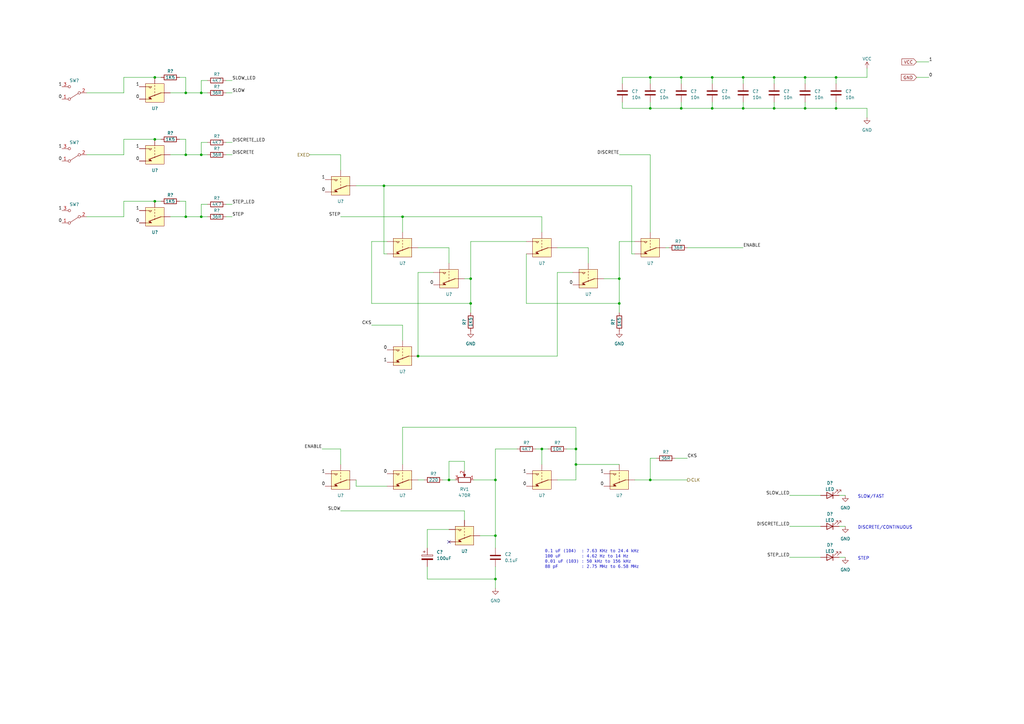
<source format=kicad_sch>
(kicad_sch (version 20230121) (generator eeschema)
  (paper "A3")
  (lib_symbols
    (symbol "Device:C" (pin_numbers hide) (pin_names (offset 0.254))
      (property "Reference" "C" (at 0.635 2.54 0))
      (property "Value" "C" (at 0.635 -2.54 0))
      (symbol "C_0_1"
        (polyline (pts (xy -2.032 -0.762) (xy 2.032 -0.762)) (stroke (width 0.508)))
        (polyline (pts (xy -2.032 0.762) (xy 2.032 0.762)) (stroke (width 0.508)))
      )
      (symbol "C_1_1"
        (pin passive line (at 0 3.81 270) (length 2.794) (name "~") (number "1"))
        (pin passive line (at 0 -3.81 90) (length 2.794) (name "~") (number "2"))
      )
    )
    (symbol "Device:C_Polarized" (pin_numbers hide) (pin_names (offset 0.254))
      (property "Reference" "C" (at 0.635 2.54 0))
      (property "Value" "C_Polarized" (at 0.635 -2.54 0))
      (symbol "C_Polarized_0_1"
        (rectangle (start -2.286 0.508) (end 2.286 1.016))
        (polyline (pts (xy -1.778 2.286) (xy -0.762 2.286)))
        (polyline (pts (xy -1.27 2.794) (xy -1.27 1.778)))
        (rectangle (start 2.286 -0.508) (end -2.286 -1.016) (fill (type outline)))
      )
      (symbol "C_Polarized_1_1"
        (pin passive line (at 0 3.81 270) (length 2.794) (name "~") (number "1"))
        (pin passive line (at 0 -3.81 90) (length 2.794) (name "~") (number "2"))
      )
    )
    (symbol "Device:LED" (pin_numbers hide) (pin_names (offset 1.016) hide)
      (property "Reference" "D" (at 0 2.54 0))
      (property "Value" "LED" (at 0 -2.54 0))
      (symbol "LED_0_1"
        (polyline (pts (xy -1.27 -1.27) (xy -1.27 1.27)) (stroke (width 0.254)))
        (polyline (pts (xy -1.27 0) (xy 1.27 0)))
        (polyline (pts (xy 1.27 -1.27) (xy 1.27 1.27) (xy -1.27 0) (xy 1.27 -1.27)) (stroke (width 0.254)))
        (polyline (pts (xy -3.048 -0.762) (xy -4.572 -2.286) (xy -3.81 -2.286) (xy -4.572 -2.286) (xy -4.572 -1.524)))
        (polyline (pts (xy -1.778 -0.762) (xy -3.302 -2.286) (xy -2.54 -2.286) (xy -3.302 -2.286) (xy -3.302 -1.524)))
      )
      (symbol "LED_1_1"
        (pin passive line (at -3.81 0 0) (length 2.54) (name "K") (number "1"))
        (pin passive line (at 3.81 0 180) (length 2.54) (name "A") (number "2"))
      )
    )
    (symbol "Device:R" (pin_numbers hide) (pin_names (offset 0))
      (property "Reference" "R" (at 2.032 0 90))
      (property "Value" "R" (at 0 0 90))
      (symbol "R_0_1"
        (rectangle (start -1.016 -2.54) (end 1.016 2.54) (stroke (width 0.254)))
      )
      (symbol "R_1_1"
        (pin passive line (at 0 3.81 270) (length 1.27) (name "~") (number "1"))
        (pin passive line (at 0 -3.81 90) (length 1.27) (name "~") (number "2"))
      )
    )
    (symbol "Device:R_Potentiometer" (pin_names (offset 1.016) hide)
      (property "Reference" "RV" (at -4.445 0 90))
      (property "Value" "R_Potentiometer" (at -2.54 0 90))
      (symbol "R_Potentiometer_0_1"
        (polyline (pts (xy 2.54 0) (xy 1.524 0)))
        (polyline (pts (xy 1.143 0) (xy 2.286 0.508) (xy 2.286 -0.508) (xy 1.143 0)) (fill (type outline)))
        (rectangle (start 1.016 2.54) (end -1.016 -2.54) (stroke (width 0.254)))
      )
      (symbol "R_Potentiometer_1_1"
        (pin passive line (at 0 3.81 270) (length 1.27) (name "1") (number "1"))
        (pin passive line (at 3.81 0 180) (length 1.27) (name "2") (number "2"))
        (pin passive line (at 0 -3.81 90) (length 1.27) (name "3") (number "3"))
      )
    )
    (symbol "MevaLlibreria:1G3157" (pin_numbers hide)
      (property "Reference" "U" (at 0 -5.08 0))
      (symbol "1G3157_0_0"
        (polyline (pts (xy -3.81 2.54) (xy -1.27 2.54) (xy -1.905 1.905) (xy -2.54 2.54)))
      )
      (symbol "1G3157_0_1"
        (rectangle (start -3.81 3.81) (end 3.81 -3.81) (fill (type background)))
        (polyline (pts (xy 0 -0.635) (xy 0 -1.27)))
        (polyline (pts (xy 0 0.635) (xy 0 0)))
        (polyline (pts (xy 0 1.905) (xy 0 1.27)))
        (polyline (pts (xy 0 3.175) (xy 0 2.54)))
        (polyline (pts (xy 2.54 0) (xy -2.54 -1.905)) (stroke (width 0.254)))
        (polyline (pts (xy 3.81 0) (xy 2.54 0)))
        (polyline (pts (xy -3.81 -2.54) (xy -1.27 -2.54) (xy -1.905 -1.905) (xy -2.54 -2.54)) (fill (type outline)))
      )
      (symbol "1G3157_1_1"
        (pin input line (at -6.35 2.54 0) (length 2.54) (name "~") (number "1"))
        (pin power_in line (at 2.54 -2.54 270) (length 2.54) hide (name "GND") (number "2"))
        (pin input line (at -6.35 -2.54 0) (length 2.54) (name "~") (number "3"))
        (pin output line (at 6.35 0 180) (length 2.54) (name "~") (number "4"))
        (pin power_in line (at 2.54 2.54 90) (length 2.54) hide (name "VCC") (number "5"))
        (pin input line (at 0 6.35 270) (length 2.54) (name "~") (number "6"))
      )
    )
    (symbol "MevaLlibreria:SW_SPDT" (pin_names (offset 0) hide)
      (property "Reference" "SW" (at 0 -5.08 0))
      (symbol "SW_SPDT_0_0"
        (circle (center -2.032 0) (radius 0.508))
        (circle (center 2.032 -2.54) (radius 0.508))
      )
      (symbol "SW_SPDT_0_1"
        (polyline (pts (xy -1.524 0.254) (xy 1.651 2.286)))
        (circle (center 2.032 2.54) (radius 0.508))
      )
      (symbol "SW_SPDT_1_1"
        (pin passive line (at 5.08 2.54 180) (length 2.54) (name "A") (number "1"))
        (pin passive line (at -5.08 0 0) (length 2.54) (name "B") (number "2"))
        (pin passive line (at 5.08 -2.54 180) (length 2.54) (name "C") (number "3"))
      )
    )
    (symbol "power:GND" (power) (pin_names (offset 0))
      (property "Value" "GND" (at 0 -3.81 0))
      (symbol "GND_0_1"
        (polyline (pts (xy 0 0) (xy 0 -1.27) (xy 1.27 -1.27) (xy 0 -2.54) (xy -1.27 -1.27) (xy 0 -1.27)))
      )
      (symbol "GND_1_1"
        (pin power_in line (at 0 0 270) (length 0) hide (name "GND") (number "1"))
      )
    )
    (symbol "power:VCC" (power) (pin_names (offset 0))
      (property "Value" "VCC" (at 0 3.81 0))
      (symbol "VCC_0_1"
        (polyline (pts (xy -0.762 1.27) (xy 0 2.54)))
        (polyline (pts (xy 0 0) (xy 0 2.54)))
        (polyline (pts (xy 0 2.54) (xy 0.762 1.27)))
      )
      (symbol "VCC_1_1"
        (pin power_in line (at 0 0 90) (length 0) hide (name "VCC") (number "1"))
      )
    )
  )
  (junction (at 63.5 82.55))
  (junction (at 203.2 237.49))
  (junction (at 76.2 63.5))
  (junction (at 292.1 31.75))
  (junction (at 292.1 44.45))
  (junction (at 63.5 31.75))
  (junction (at 330.2 31.75))
  (junction (at 165.1 88.9))
  (junction (at 330.2 44.45))
  (junction (at 236.22 184.15))
  (junction (at 236.22 190.5))
  (junction (at 317.5 44.45))
  (junction (at 82.55 88.9))
  (junction (at 82.55 38.1))
  (junction (at 304.8 44.45))
  (junction (at 82.55 63.5))
  (junction (at 266.7 196.85))
  (junction (at 63.5 57.15))
  (junction (at 254 114.3))
  (junction (at 304.8 31.75))
  (junction (at 222.25 184.15))
  (junction (at 342.9 31.75))
  (junction (at 193.04 124.46))
  (junction (at 184.15 196.85))
  (junction (at 157.48 76.2))
  (junction (at 342.9 44.45))
  (junction (at 203.2 219.71))
  (junction (at 171.45 146.05))
  (junction (at 76.2 38.1))
  (junction (at 266.7 44.45))
  (junction (at 317.5 31.75))
  (junction (at 76.2 88.9))
  (junction (at 279.4 44.45))
  (junction (at 279.4 31.75))
  (junction (at 203.2 196.85))
  (junction (at 254 124.46))
  (junction (at 266.7 31.75))
  (junction (at 193.04 114.3))
  (no_connect (at 184.15 222.25))
  (wire (pts (xy 193.04 128.27) (xy 193.04 124.46)))
  (wire (pts (xy 175.26 224.79) (xy 175.26 217.17)))
  (wire (pts (xy 35.56 38.1) (xy 50.8 38.1)))
  (wire (pts (xy 177.8 111.76) (xy 171.45 111.76)))
  (wire (pts (xy 292.1 31.75) (xy 292.1 34.29)))
  (wire (pts (xy 95.25 83.82) (xy 92.71 83.82)))
  (wire (pts (xy 171.45 146.05) (xy 228.6 146.05)))
  (wire (pts (xy 266.7 31.75) (xy 279.4 31.75)))
  (wire (pts (xy 292.1 31.75) (xy 304.8 31.75)))
  (wire (pts (xy 273.05 101.6) (xy 274.32 101.6)))
  (wire (pts (xy 194.31 196.85) (xy 203.2 196.85)))
  (wire (pts (xy 171.45 196.85) (xy 173.99 196.85)))
  (wire (pts (xy 355.6 27.94) (xy 355.6 31.75)))
  (wire (pts (xy 175.26 237.49) (xy 203.2 237.49)))
  (wire (pts (xy 203.2 232.41) (xy 203.2 237.49)))
  (wire (pts (xy 82.55 33.02) (xy 82.55 38.1)))
  (wire (pts (xy 193.04 114.3) (xy 193.04 124.46)))
  (wire (pts (xy 82.55 38.1) (xy 76.2 38.1)))
  (wire (pts (xy 259.08 76.2) (xy 157.48 76.2)))
  (wire (pts (xy 279.4 44.45) (xy 279.4 41.91)))
  (wire (pts (xy 236.22 184.15) (xy 232.41 184.15)))
  (wire (pts (xy 255.27 31.75) (xy 266.7 31.75)))
  (wire (pts (xy 85.09 38.1) (xy 82.55 38.1)))
  (wire (pts (xy 152.4 99.06) (xy 158.75 99.06)))
  (wire (pts (xy 66.04 57.15) (xy 63.5 57.15)))
  (wire (pts (xy 254 190.5) (xy 236.22 190.5)))
  (wire (pts (xy 279.4 44.45) (xy 292.1 44.45)))
  (wire (pts (xy 215.9 124.46) (xy 215.9 104.14)))
  (wire (pts (xy 330.2 44.45) (xy 330.2 41.91)))
  (wire (pts (xy 76.2 38.1) (xy 69.85 38.1)))
  (wire (pts (xy 76.2 57.15) (xy 73.66 57.15)))
  (wire (pts (xy 76.2 82.55) (xy 73.66 82.55)))
  (wire (pts (xy 95.25 88.9) (xy 92.71 88.9)))
  (wire (pts (xy 66.04 82.55) (xy 63.5 82.55)))
  (wire (pts (xy 50.8 38.1) (xy 50.8 31.75)))
  (wire (pts (xy 165.1 88.9) (xy 222.25 88.9)))
  (wire (pts (xy 85.09 88.9) (xy 82.55 88.9)))
  (wire (pts (xy 50.8 31.75) (xy 63.5 31.75)))
  (wire (pts (xy 82.55 58.42) (xy 82.55 63.5)))
  (wire (pts (xy 317.5 44.45) (xy 317.5 41.91)))
  (wire (pts (xy 193.04 124.46) (xy 152.4 124.46)))
  (wire (pts (xy 304.8 31.75) (xy 304.8 34.29)))
  (wire (pts (xy 82.55 83.82) (xy 82.55 88.9)))
  (wire (pts (xy 85.09 58.42) (xy 82.55 58.42)))
  (wire (pts (xy 342.9 44.45) (xy 342.9 41.91)))
  (wire (pts (xy 346.71 228.6) (xy 344.17 228.6)))
  (wire (pts (xy 165.1 133.35) (xy 152.4 133.35)))
  (wire (pts (xy 292.1 44.45) (xy 292.1 41.91)))
  (wire (pts (xy 219.71 184.15) (xy 222.25 184.15)))
  (wire (pts (xy 342.9 44.45) (xy 355.6 44.45)))
  (wire (pts (xy 35.56 88.9) (xy 50.8 88.9)))
  (wire (pts (xy 50.8 88.9) (xy 50.8 82.55)))
  (wire (pts (xy 304.8 44.45) (xy 317.5 44.45)))
  (wire (pts (xy 139.7 184.15) (xy 139.7 190.5)))
  (wire (pts (xy 66.04 31.75) (xy 63.5 31.75)))
  (wire (pts (xy 203.2 219.71) (xy 196.85 219.71)))
  (wire (pts (xy 259.08 104.14) (xy 260.35 104.14)))
  (wire (pts (xy 266.7 187.96) (xy 266.7 196.85)))
  (wire (pts (xy 139.7 88.9) (xy 165.1 88.9)))
  (wire (pts (xy 76.2 82.55) (xy 76.2 88.9)))
  (wire (pts (xy 193.04 99.06) (xy 215.9 99.06)))
  (wire (pts (xy 222.25 184.15) (xy 222.25 190.5)))
  (wire (pts (xy 317.5 31.75) (xy 330.2 31.75)))
  (wire (pts (xy 184.15 196.85) (xy 186.69 196.85)))
  (wire (pts (xy 146.05 199.39) (xy 158.75 199.39)))
  (wire (pts (xy 266.7 31.75) (xy 266.7 34.29)))
  (wire (pts (xy 266.7 63.5) (xy 266.7 95.25)))
  (wire (pts (xy 279.4 31.75) (xy 292.1 31.75)))
  (wire (pts (xy 281.94 101.6) (xy 304.8 101.6)))
  (wire (pts (xy 317.5 31.75) (xy 317.5 34.29)))
  (wire (pts (xy 317.5 44.45) (xy 330.2 44.45)))
  (wire (pts (xy 281.94 187.96) (xy 276.86 187.96)))
  (wire (pts (xy 76.2 31.75) (xy 73.66 31.75)))
  (wire (pts (xy 330.2 44.45) (xy 342.9 44.45)))
  (wire (pts (xy 266.7 44.45) (xy 266.7 41.91)))
  (wire (pts (xy 35.56 63.5) (xy 50.8 63.5)))
  (wire (pts (xy 95.25 33.02) (xy 92.71 33.02)))
  (wire (pts (xy 85.09 83.82) (xy 82.55 83.82)))
  (wire (pts (xy 228.6 196.85) (xy 236.22 196.85)))
  (wire (pts (xy 184.15 101.6) (xy 184.15 107.95)))
  (wire (pts (xy 330.2 31.75) (xy 330.2 34.29)))
  (wire (pts (xy 190.5 193.04) (xy 190.5 189.23)))
  (wire (pts (xy 85.09 33.02) (xy 82.55 33.02)))
  (wire (pts (xy 50.8 82.55) (xy 63.5 82.55)))
  (wire (pts (xy 139.7 63.5) (xy 139.7 69.85)))
  (wire (pts (xy 266.7 196.85) (xy 281.94 196.85)))
  (wire (pts (xy 165.1 190.5) (xy 165.1 175.26)))
  (wire (pts (xy 236.22 190.5) (xy 236.22 196.85)))
  (wire (pts (xy 323.85 228.6) (xy 336.55 228.6)))
  (wire (pts (xy 228.6 111.76) (xy 228.6 146.05)))
  (wire (pts (xy 82.55 88.9) (xy 76.2 88.9)))
  (wire (pts (xy 236.22 175.26) (xy 236.22 184.15)))
  (wire (pts (xy 165.1 139.7) (xy 165.1 133.35)))
  (wire (pts (xy 381 31.75) (xy 375.92 31.75)))
  (wire (pts (xy 254 128.27) (xy 254 124.46)))
  (wire (pts (xy 76.2 31.75) (xy 76.2 38.1)))
  (wire (pts (xy 342.9 31.75) (xy 355.6 31.75)))
  (wire (pts (xy 50.8 63.5) (xy 50.8 57.15)))
  (wire (pts (xy 346.71 203.2) (xy 344.17 203.2)))
  (wire (pts (xy 190.5 209.55) (xy 190.5 213.36)))
  (wire (pts (xy 222.25 184.15) (xy 224.79 184.15)))
  (wire (pts (xy 95.25 63.5) (xy 92.71 63.5)))
  (wire (pts (xy 132.08 184.15) (xy 139.7 184.15)))
  (wire (pts (xy 203.2 196.85) (xy 203.2 219.71)))
  (wire (pts (xy 175.26 232.41) (xy 175.26 237.49)))
  (wire (pts (xy 247.65 114.3) (xy 254 114.3)))
  (wire (pts (xy 184.15 189.23) (xy 184.15 196.85)))
  (wire (pts (xy 260.35 196.85) (xy 266.7 196.85)))
  (wire (pts (xy 228.6 111.76) (xy 234.95 111.76)))
  (wire (pts (xy 254 114.3) (xy 254 124.46)))
  (wire (pts (xy 203.2 241.3) (xy 203.2 237.49)))
  (wire (pts (xy 203.2 184.15) (xy 203.2 196.85)))
  (wire (pts (xy 203.2 219.71) (xy 203.2 224.79)))
  (wire (pts (xy 157.48 76.2) (xy 157.48 104.14)))
  (wire (pts (xy 82.55 63.5) (xy 76.2 63.5)))
  (wire (pts (xy 212.09 184.15) (xy 203.2 184.15)))
  (wire (pts (xy 146.05 76.2) (xy 157.48 76.2)))
  (wire (pts (xy 157.48 104.14) (xy 158.75 104.14)))
  (wire (pts (xy 346.71 215.9) (xy 344.17 215.9)))
  (wire (pts (xy 323.85 203.2) (xy 336.55 203.2)))
  (wire (pts (xy 255.27 44.45) (xy 255.27 41.91)))
  (wire (pts (xy 228.6 101.6) (xy 241.3 101.6)))
  (wire (pts (xy 95.25 58.42) (xy 92.71 58.42)))
  (wire (pts (xy 152.4 124.46) (xy 152.4 99.06)))
  (wire (pts (xy 175.26 217.17) (xy 184.15 217.17)))
  (wire (pts (xy 236.22 184.15) (xy 236.22 190.5)))
  (wire (pts (xy 215.9 124.46) (xy 254 124.46)))
  (wire (pts (xy 139.7 209.55) (xy 190.5 209.55)))
  (wire (pts (xy 181.61 196.85) (xy 184.15 196.85)))
  (wire (pts (xy 254 99.06) (xy 254 114.3)))
  (wire (pts (xy 171.45 101.6) (xy 184.15 101.6)))
  (wire (pts (xy 304.8 44.45) (xy 304.8 41.91)))
  (wire (pts (xy 381 25.4) (xy 375.92 25.4)))
  (wire (pts (xy 355.6 44.45) (xy 355.6 48.26)))
  (wire (pts (xy 76.2 63.5) (xy 69.85 63.5)))
  (wire (pts (xy 292.1 44.45) (xy 304.8 44.45)))
  (wire (pts (xy 76.2 88.9) (xy 69.85 88.9)))
  (wire (pts (xy 260.35 99.06) (xy 254 99.06)))
  (wire (pts (xy 165.1 175.26) (xy 236.22 175.26)))
  (wire (pts (xy 304.8 31.75) (xy 317.5 31.75)))
  (wire (pts (xy 95.25 38.1) (xy 92.71 38.1)))
  (wire (pts (xy 330.2 31.75) (xy 342.9 31.75)))
  (wire (pts (xy 190.5 189.23) (xy 184.15 189.23)))
  (wire (pts (xy 190.5 114.3) (xy 193.04 114.3)))
  (wire (pts (xy 76.2 57.15) (xy 76.2 63.5)))
  (wire (pts (xy 50.8 57.15) (xy 63.5 57.15)))
  (wire (pts (xy 323.85 215.9) (xy 336.55 215.9)))
  (wire (pts (xy 127 63.5) (xy 139.7 63.5)))
  (wire (pts (xy 222.25 88.9) (xy 222.25 95.25)))
  (wire (pts (xy 255.27 31.75) (xy 255.27 34.29)))
  (wire (pts (xy 171.45 111.76) (xy 171.45 146.05)))
  (wire (pts (xy 165.1 88.9) (xy 165.1 95.25)))
  (wire (pts (xy 146.05 196.85) (xy 146.05 199.39)))
  (wire (pts (xy 259.08 104.14) (xy 259.08 76.2)))
  (wire (pts (xy 269.24 187.96) (xy 266.7 187.96)))
  (wire (pts (xy 342.9 31.75) (xy 342.9 34.29)))
  (wire (pts (xy 255.27 44.45) (xy 266.7 44.45)))
  (wire (pts (xy 193.04 99.06) (xy 193.04 114.3)))
  (wire (pts (xy 85.09 63.5) (xy 82.55 63.5)))
  (wire (pts (xy 254 63.5) (xy 266.7 63.5)))
  (wire (pts (xy 279.4 31.75) (xy 279.4 34.29)))
  (wire (pts (xy 241.3 101.6) (xy 241.3 107.95)))
  (wire (pts (xy 266.7 44.45) (xy 279.4 44.45)))
  (text "STEP" (at 351.79 229.87 0) (effects (font (size 1.27 1.27)) (justify left bottom)))
  (text "SLOW/FAST" (at 351.79 204.47 0) (effects (font (size 1.27 1.27)) (justify left bottom)))
  (text "0.1 uF (104)  : 7.63 KHz to 24.4 kHz\n100 uF        : 4.62 Hz to 14 Hz\n0.01 uF (103) : 50 kHz to 156 kHz\n88 pF         : 2.75 MHz to 6.58 MHz " (at 223.52 233.68 0) (effects (font (size 1.27 1.27)) (justify left bottom)))
  (text "DISCRETE/CONTINUOUS" (at 351.79 217.17 0) (effects (font (size 1.27 1.27)) (justify left bottom)))
  (label "1" (at 25.4 60.96 180))
  (label "0" (at 57.15 40.64 180))
  (label "ENABLE" (at 304.8 101.6 0))
  (label "STEP" (at 139.7 88.9 180))
  (label "0" (at 25.4 66.04 180))
  (label "1" (at 133.35 73.66 180))
  (label "1" (at 133.35 194.31 180))
  (label "DISCRETE_LED" (at 95.25 58.42 0))
  (label "STEP_LED" (at 95.25 83.82 0))
  (label "0" (at 57.15 91.44 180))
  (label "0" (at 234.95 116.84 180))
  (label "ENABLE" (at 132.08 184.15 180))
  (label "1" (at 25.4 35.56 180))
  (label "DISCRETE" (at 254 63.5 180))
  (label "0" (at 177.8 116.84 180))
  (label "1" (at 57.15 86.36 180))
  (label "0" (at 25.4 91.44 180))
  (label "CKS" (at 281.94 187.96 0))
  (label "1" (at 158.75 148.59 180))
  (label "1" (at 215.9 194.31 180))
  (label "DISCRETE" (at 95.25 63.5 0))
  (label "STEP_LED" (at 323.85 228.6 180))
  (label "0" (at 133.35 78.74 180))
  (label "CKS" (at 152.4 133.35 180))
  (label "0" (at 247.65 199.39 180))
  (label "SLOW" (at 95.25 38.1 0))
  (label "SLOW_LED" (at 95.25 33.02 0))
  (label "1" (at 57.15 35.56 180))
  (label "0" (at 215.9 199.39 180))
  (label "0" (at 57.15 66.04 180))
  (label "DISCRETE_LED" (at 323.85 215.9 180))
  (label "SLOW_LED" (at 323.85 203.2 180))
  (label "1" (at 381 25.4 0))
  (label "1" (at 25.4 86.36 180))
  (label "STEP" (at 95.25 88.9 0))
  (label "0" (at 381 31.75 0))
  (label "0" (at 158.75 194.31 180))
  (label "SLOW" (at 139.7 209.55 180))
  (label "0" (at 158.75 143.51 180))
  (label "0" (at 133.35 199.39 180))
  (label "1" (at 247.65 194.31 180))
  (label "0" (at 25.4 40.64 180))
  (label "1" (at 57.15 60.96 180))
  (global_label "GND" (shape input) (at 375.92 31.75 180) (property "Intersheetrefs" "${INTERSHEET_REFS}" (effects hide)))
  (global_label "VCC" (shape input) (at 375.92 25.4 180) (property "Intersheetrefs" "${INTERSHEET_REFS}" (effects hide)))
  (hierarchical_label "CLK" (shape output) (at 281.94 196.85 0))
  (hierarchical_label "EXE" (shape input) (at 127 63.5 180))
  (symbol (lib_id "Device:R") (at 88.9 88.9 270) (unit 1)
    (property "Reference" "R?" (at 88.9 86.36 90))
    (property "Value" "36R" (at 88.9 88.9 90))
    (property "Footprint" "MevaLlibreriaFootprint:Meu-R_0603_1608Metric" (effects hide))
    (instances (project "MiniCalc" (path "" (reference "R?") (unit 1))) (project "MiniCalcRunPanel" (path "" (reference "R?") (unit 1)) (path "" (reference "R12") (unit 1))) (project "MinicalcControlPanel" (path "" (reference "R49") (unit 1))))
  )
  (symbol (lib_id "power:GND") (at 355.6 48.26 0) (unit 1)
    (property "Reference" "#PWR?" (effects hide))
    (property "Value" "GND" (at 355.6 53.34 0))
    (instances (project "MiniCalc_A" (path "" (reference "#PWR?") (unit 1)) (path "" (reference "#PWR068") (unit 1)) (path "" (reference "#PWR064") (unit 1)) (path "" (reference "#PWR066") (unit 1)) (path "" (reference "#PWR062") (unit 1))) (project "MiniCalc_X" (path "" (reference "#PWR?") (unit 1)) (path "" (reference "#PWR?") (unit 1)) (path "" (reference "#PWR?") (unit 1)) (path "" (reference "#PWR?") (unit 1))) (project "MinicalcControlPanel" (path "" (reference "#PWR026") (unit 1))))
  )
  (symbol (lib_id "Device:R") (at 88.9 58.42 270) (unit 1)
    (property "Reference" "R?" (at 88.9 55.88 90))
    (property "Value" "4K7" (at 88.9 58.42 90))
    (property "Footprint" "MevaLlibreriaFootprint:Meu-R_0603_1608Metric" (effects hide))
    (instances (project "MiniCalc" (path "" (reference "R?") (unit 1))) (project "MiniCalcRunPanel" (path "" (reference "R?") (unit 1)) (path "" (reference "R17") (unit 1))) (project "MinicalcControlPanel" (path "" (reference "R46") (unit 1))))
  )
  (symbol (lib_id "MevaLlibreria:1G3157") (at 165.1 196.85 0) (unit 1)
    (property "Reference" "U?" (at 165.1 203.2 0))
    (property "Value" "1G3157" (effects hide))
    (property "Footprint" "Package_TO_SOT_SMD:SOT-23-6" (effects hide))
    (property "Datasheet" "https://www.ti.com/lit/ds/symlink/sn74lvc1g3157.pdf" (effects hide))
    (property "Sim.Name" "74LVC1G3157" (effects hide))
    (property "Sim.Library" "../SpiceModelsGlobal/AnalogSPDT.txt" (effects hide))
    (property "Sim.Device" "SUBCKT" (effects hide))
    (property "Sim.Pins" "1=1 3=3 4=4 5=5 6=6" (effects hide))
    (property "Manufacturer" "Texas Instruments" (effects hide))
    (property "Part Number" "SN74LVC1G3157DBVR" (effects hide))
    (instances (project "MiniCalc" (path "" (reference "U?") (unit 1))) (project "MiniCalcRunPanel" (path "" (reference "U?") (unit 1)) (path "" (reference "U26") (unit 1))) (project "MinicalcControlPanel" (path "" (reference "U37") (unit 1))))
  )
  (symbol (lib_id "Device:C") (at 342.9 38.1 0) (unit 1)
    (property "Reference" "C?" (at 346.71 37.465 0) (effects (justify left)))
    (property "Value" "10n" (at 346.71 40.005 0) (effects (justify left)))
    (property "Footprint" "Capacitor_SMD:C_0603_1608Metric" (effects hide))
    (instances (project "MiniCalc_A" (path "" (reference "C?") (unit 1)) (path "" (reference "C36") (unit 1)) (path "" (reference "C38") (unit 1)) (path "" (reference "C40") (unit 1)) (path "" (reference "C34") (unit 1))) (project "MiniCalc_X" (path "" (reference "C?") (unit 1)) (path "" (reference "C?") (unit 1)) (path "" (reference "C?") (unit 1)) (path "" (reference "C?") (unit 1))) (project "MinicalcControlPanel" (path "" (reference "C29") (unit 1))))
  )
  (symbol (lib_id "Device:R") (at 177.8 196.85 90) (unit 1)
    (property "Reference" "R?" (at 177.8 194.31 90))
    (property "Value" "220" (at 177.8 196.85 90))
    (property "Footprint" "Resistor_THT:R_Axial_DIN0207_L6.3mm_D2.5mm_P7.62mm_Horizontal" (effects hide))
    (instances (project "MiniCalcRunPanel" (path "" (reference "R?") (unit 1)) (path "" (reference "R16") (unit 1))) (project "MinicalcControlPanel" (path "" (reference "R50") (unit 1))))
  )
  (symbol (lib_id "MevaLlibreria:1G3157") (at 222.25 196.85 0) (unit 1)
    (property "Reference" "U?" (at 222.25 203.2 0))
    (property "Value" "1G3157" (effects hide))
    (property "Footprint" "Package_TO_SOT_SMD:SOT-23-6" (effects hide))
    (property "Datasheet" "https://www.ti.com/lit/ds/symlink/sn74lvc1g3157.pdf" (effects hide))
    (property "Sim.Name" "74LVC1G3157" (effects hide))
    (property "Sim.Library" "../SpiceModelsGlobal/AnalogSPDT.txt" (effects hide))
    (property "Sim.Device" "SUBCKT" (effects hide))
    (property "Sim.Pins" "1=1 3=3 4=4 5=5 6=6" (effects hide))
    (property "Manufacturer" "Texas Instruments" (effects hide))
    (property "Part Number" "SN74LVC1G3157DBVR" (effects hide))
    (instances (project "MiniCalc" (path "" (reference "U?") (unit 1))) (project "MiniCalcRunPanel" (path "" (reference "U?") (unit 1)) (path "" (reference "U27") (unit 1))) (project "MinicalcControlPanel" (path "" (reference "U39") (unit 1))))
  )
  (symbol (lib_id "MevaLlibreria:SW_SPDT") (at 30.48 88.9 180) (unit 1)
    (property "Reference" "SW?" (at 30.48 83.82 0))
    (property "Value" "SW_SPDT" (effects hide))
    (property "Footprint" "MevaLlibreriaFootprint:SW_Toggle_SPDT_Vertical_Mini" (effects hide))
    (instances (project "MiniCalc" (path "" (reference "SW?") (unit 1))) (project "MiniCalcRunPanel" (path "" (reference "SW?") (unit 1)) (path "" (reference "SW7") (unit 1))) (project "MinicalcControlPanel" (path "" (reference "SW8") (unit 1))))
  )
  (symbol (lib_id "Device:R") (at 278.13 101.6 270) (unit 1)
    (property "Reference" "R?" (at 278.13 99.06 90))
    (property "Value" "36R" (at 278.13 101.6 90))
    (property "Footprint" "MevaLlibreriaFootprint:Meu-R_0603_1608Metric" (effects hide))
    (instances (project "MiniCalc" (path "" (reference "R?") (unit 1))) (project "MiniCalcRunPanel" (path "" (reference "R?") (unit 1)) (path "" (reference "R12") (unit 1))) (project "MinicalcControlPanel" (path "" (reference "R56") (unit 1))))
  )
  (symbol (lib_id "MevaLlibreria:1G3157") (at 254 196.85 0) (unit 1)
    (property "Reference" "U?" (at 254 203.2 0))
    (property "Value" "1G3157" (effects hide))
    (property "Footprint" "Package_TO_SOT_SMD:SOT-23-6" (effects hide))
    (property "Datasheet" "https://www.ti.com/lit/ds/symlink/sn74lvc1g3157.pdf" (effects hide))
    (property "Sim.Name" "74LVC1G3157" (effects hide))
    (property "Sim.Library" "../SpiceModelsGlobal/AnalogSPDT.txt" (effects hide))
    (property "Sim.Device" "SUBCKT" (effects hide))
    (property "Sim.Pins" "1=1 3=3 4=4 5=5 6=6" (effects hide))
    (property "Manufacturer" "Texas Instruments" (effects hide))
    (property "Part Number" "SN74LVC1G3157DBVR" (effects hide))
    (instances (project "MiniCalc" (path "" (reference "U?") (unit 1))) (project "MiniCalcRunPanel" (path "" (reference "U?") (unit 1)) (path "" (reference "U22") (unit 1))) (project "MinicalcControlPanel" (path "" (reference "U41") (unit 1))))
  )
  (symbol (lib_id "Device:R") (at 228.6 184.15 90) (unit 1)
    (property "Reference" "R?" (at 228.6 181.61 90))
    (property "Value" "10K" (at 228.6 184.15 90))
    (property "Footprint" "MevaLlibreriaFootprint:Meu-R_0603_1608Metric" (effects hide))
    (instances (project "MiniCalcRunPanel" (path "" (reference "R?") (unit 1)) (path "" (reference "R15") (unit 1))) (project "MinicalcControlPanel" (path "" (reference "R52") (unit 1))))
  )
  (symbol (lib_id "power:GND") (at 346.71 215.9 0) (unit 1)
    (property "Reference" "#PWR?" (effects hide))
    (property "Value" "GND" (at 346.71 220.98 0))
    (instances (project "MiniCalc_A" (path "" (reference "#PWR?") (unit 1)) (path "" (reference "#PWR068") (unit 1)) (path "" (reference "#PWR064") (unit 1)) (path "" (reference "#PWR066") (unit 1)) (path "" (reference "#PWR062") (unit 1))) (project "MiniCalc_X" (path "" (reference "#PWR?") (unit 1)) (path "" (reference "#PWR?") (unit 1)) (path "" (reference "#PWR?") (unit 1)) (path "" (reference "#PWR?") (unit 1))) (project "MinicalcControlPanel" (path "" (reference "#PWR023") (unit 1))))
  )
  (symbol (lib_id "MevaLlibreria:SW_SPDT") (at 30.48 63.5 180) (unit 1)
    (property "Reference" "SW?" (at 30.48 58.42 0))
    (property "Value" "SW_SPDT" (effects hide))
    (property "Footprint" "MevaLlibreriaFootprint:SW_Toggle_SPDT_Vertical_Mini" (effects hide))
    (instances (project "MiniCalc" (path "" (reference "SW?") (unit 1))) (project "MiniCalcRunPanel" (path "" (reference "SW?") (unit 1)) (path "" (reference "SW6") (unit 1))) (project "MinicalcControlPanel" (path "" (reference "SW7") (unit 1))))
  )
  (symbol (lib_id "Device:R_Potentiometer") (at 190.5 196.85 270) (mirror x) (unit 1)
    (property "Reference" "RV1" (at 190.5 200.66 90))
    (property "Value" "470R" (at 190.5 203.2 90))
    (property "Footprint" "MevaLlibreriaFootprint:POT_Vertical_PC16SV" (effects hide))
  )
  (symbol (lib_id "power:GND") (at 346.71 203.2 0) (unit 1)
    (property "Reference" "#PWR?" (effects hide))
    (property "Value" "GND" (at 346.71 208.28 0))
    (instances (project "MiniCalc_A" (path "" (reference "#PWR?") (unit 1)) (path "" (reference "#PWR068") (unit 1)) (path "" (reference "#PWR064") (unit 1)) (path "" (reference "#PWR066") (unit 1)) (path "" (reference "#PWR062") (unit 1))) (project "MiniCalc_X" (path "" (reference "#PWR?") (unit 1)) (path "" (reference "#PWR?") (unit 1)) (path "" (reference "#PWR?") (unit 1)) (path "" (reference "#PWR?") (unit 1))) (project "MinicalcControlPanel" (path "" (reference "#PWR022") (unit 1))))
  )
  (symbol (lib_id "MevaLlibreria:1G3157") (at 266.7 101.6 0) (unit 1)
    (property "Reference" "U?" (at 266.7 107.95 0))
    (property "Value" "1G3157" (effects hide))
    (property "Footprint" "Package_TO_SOT_SMD:SOT-23-6" (effects hide))
    (property "Datasheet" "https://www.ti.com/lit/ds/symlink/sn74lvc1g3157.pdf" (effects hide))
    (property "Sim.Name" "74LVC1G3157" (effects hide))
    (property "Sim.Library" "../SpiceModelsGlobal/AnalogSPDT.txt" (effects hide))
    (property "Sim.Device" "SUBCKT" (effects hide))
    (property "Sim.Pins" "1=1 3=3 4=4 5=5 6=6" (effects hide))
    (property "Manufacturer" "Texas Instruments" (effects hide))
    (property "Part Number" "SN74LVC1G3157DBVR" (effects hide))
    (instances (project "MiniCalc" (path "" (reference "U?") (unit 1))) (project "MiniCalcRunPanel" (path "" (reference "U?") (unit 1)) (path "" (reference "U21") (unit 1))) (project "MinicalcControlPanel" (path "" (reference "U47") (unit 1))))
  )
  (symbol (lib_id "Device:C") (at 255.27 38.1 0) (unit 1)
    (property "Reference" "C?" (at 259.08 37.465 0) (effects (justify left)))
    (property "Value" "10n" (at 259.08 40.005 0) (effects (justify left)))
    (property "Footprint" "Capacitor_SMD:C_0603_1608Metric" (effects hide))
    (instances (project "MiniCalc_A" (path "" (reference "C?") (unit 1)) (path "" (reference "C36") (unit 1)) (path "" (reference "C38") (unit 1)) (path "" (reference "C40") (unit 1)) (path "" (reference "C34") (unit 1))) (project "MiniCalc_X" (path "" (reference "C?") (unit 1)) (path "" (reference "C?") (unit 1)) (path "" (reference "C?") (unit 1)) (path "" (reference "C?") (unit 1))) (project "MinicalcControlPanel" (path "" (reference "C22") (unit 1))))
  )
  (symbol (lib_id "Device:LED") (at 340.36 215.9 180) (unit 1)
    (property "Reference" "D?" (at 340.36 210.82 0))
    (property "Value" "LED" (at 340.36 213.36 0))
    (property "Footprint" "MevaLlibreriaFootprint:LED_D3.0mm_Centrat" (effects hide))
    (instances (project "MiniCalc" (path "" (reference "D?") (unit 1))) (project "MiniCalcRunPanel" (path "" (reference "D?") (unit 1)) (path "" (reference "D8") (unit 1))) (project "MinicalcControlPanel" (path "" (reference "D10") (unit 1))))
  )
  (symbol (lib_id "MevaLlibreria:1G3157") (at 63.5 88.9 0) (unit 1)
    (property "Reference" "U?" (at 63.5 95.25 0))
    (property "Value" "1G3157" (effects hide))
    (property "Footprint" "Package_TO_SOT_SMD:SOT-23-6" (effects hide))
    (property "Datasheet" "https://www.ti.com/lit/ds/symlink/sn74lvc1g3157.pdf" (effects hide))
    (property "Sim.Name" "74LVC1G3157" (effects hide))
    (property "Sim.Library" "../SpiceModelsGlobal/AnalogSPDT.txt" (effects hide))
    (property "Sim.Device" "SUBCKT" (effects hide))
    (property "Sim.Pins" "1=1 3=3 4=4 5=5 6=6" (effects hide))
    (property "Manufacturer" "Texas Instruments" (effects hide))
    (property "Part Number" "SN74LVC1G3157DBVR" (effects hide))
    (instances (project "MiniCalcRunPanel" (path "" (reference "U?") (unit 1)) (path "" (reference "U18") (unit 1))) (project "MinicalcControlPanel" (path "" (reference "U36") (unit 1))))
  )
  (symbol (lib_id "MevaLlibreria:1G3157") (at 222.25 101.6 0) (unit 1)
    (property "Reference" "U?" (at 222.25 107.95 0))
    (property "Value" "1G3157" (effects hide))
    (property "Footprint" "Package_TO_SOT_SMD:SOT-23-6" (effects hide))
    (property "Datasheet" "https://www.ti.com/lit/ds/symlink/sn74lvc1g3157.pdf" (effects hide))
    (property "Sim.Name" "74LVC1G3157" (effects hide))
    (property "Sim.Library" "../SpiceModelsGlobal/AnalogSPDT.txt" (effects hide))
    (property "Sim.Device" "SUBCKT" (effects hide))
    (property "Sim.Pins" "1=1 3=3 4=4 5=5 6=6" (effects hide))
    (property "Manufacturer" "Texas Instruments" (effects hide))
    (property "Part Number" "SN74LVC1G3157DBVR" (effects hide))
    (instances (project "MiniCalc" (path "" (reference "U?") (unit 1))) (project "MiniCalcRunPanel" (path "" (reference "U?") (unit 1)) (path "" (reference "U20") (unit 1))) (project "MinicalcControlPanel" (path "" (reference "U45") (unit 1))))
  )
  (symbol (lib_id "Device:LED") (at 340.36 203.2 180) (unit 1)
    (property "Reference" "D?" (at 340.36 198.12 0))
    (property "Value" "LED" (at 340.36 200.66 0))
    (property "Footprint" "MevaLlibreriaFootprint:LED_D3.0mm_Centrat" (effects hide))
    (instances (project "MiniCalc" (path "" (reference "D?") (unit 1))) (project "MiniCalcRunPanel" (path "" (reference "D?") (unit 1)) (path "" (reference "D7") (unit 1))) (project "MinicalcControlPanel" (path "" (reference "D9") (unit 1))))
  )
  (symbol (lib_id "Device:R") (at 215.9 184.15 90) (unit 1)
    (property "Reference" "R?" (at 215.9 181.61 90))
    (property "Value" "4K7" (at 215.9 184.15 90))
    (property "Footprint" "MevaLlibreriaFootprint:Meu-R_0603_1608Metric" (effects hide))
    (instances (project "MiniCalcRunPanel" (path "" (reference "R?") (unit 1)) (path "" (reference "R14") (unit 1))) (project "MinicalcControlPanel" (path "" (reference "R51") (unit 1))))
  )
  (symbol (lib_id "Device:C") (at 330.2 38.1 0) (unit 1)
    (property "Reference" "C?" (at 334.01 37.465 0) (effects (justify left)))
    (property "Value" "10n" (at 334.01 40.005 0) (effects (justify left)))
    (property "Footprint" "Capacitor_SMD:C_0603_1608Metric" (effects hide))
    (instances (project "MiniCalc_A" (path "" (reference "C?") (unit 1)) (path "" (reference "C36") (unit 1)) (path "" (reference "C38") (unit 1)) (path "" (reference "C40") (unit 1)) (path "" (reference "C34") (unit 1))) (project "MiniCalc_X" (path "" (reference "C?") (unit 1)) (path "" (reference "C?") (unit 1)) (path "" (reference "C?") (unit 1)) (path "" (reference "C?") (unit 1))) (project "MinicalcControlPanel" (path "" (reference "C28") (unit 1))))
  )
  (symbol (lib_id "Device:C") (at 203.2 228.6 0) (unit 1)
    (property "Reference" "C2" (at 207.01 227.33 0) (effects (justify left)))
    (property "Value" "0.1uF" (at 207.01 229.87 0) (effects (justify left)))
    (property "Footprint" "Capacitor_THT:C_Disc_D5.0mm_W2.5mm_P5.00mm" (effects hide))
    (instances (project "MiniCalcRunPanel" (path "" (reference "C2") (unit 1))) (project "MinicalcControlPanel" (path "" (reference "C21") (unit 1))))
  )
  (symbol (lib_id "Device:R") (at 69.85 82.55 270) (unit 1)
    (property "Reference" "R?" (at 69.85 80.01 90))
    (property "Value" "1K5" (at 69.85 82.55 90))
    (property "Footprint" "MevaLlibreriaFootprint:Meu-R_0603_1608Metric" (effects hide))
    (instances (project "MiniCalc" (path "" (reference "R?") (unit 1))) (project "MiniCalcRunPanel" (path "" (reference "R?") (unit 1)) (path "" (reference "R12") (unit 1))) (project "MinicalcControlPanel" (path "" (reference "R43") (unit 1))))
  )
  (symbol (lib_id "Device:R") (at 193.04 132.08 0) (unit 1)
    (property "Reference" "R?" (at 190.5 132.08 90))
    (property "Value" "1K5" (at 193.04 132.08 90))
    (property "Footprint" "MevaLlibreriaFootprint:Meu-R_0603_1608Metric" (effects hide))
    (instances (project "MiniCalc" (path "" (reference "R?") (unit 1))) (project "MiniCalcRunPanel" (path "" (reference "R?") (unit 1)) (path "" (reference "R20") (unit 1))) (project "MinicalcControlPanel" (path "" (reference "R54") (unit 1))))
  )
  (symbol (lib_id "Device:C_Polarized") (at 175.26 228.6 0) (unit 1)
    (property "Reference" "C?" (at 179.07 226.441 0) (effects (justify left)))
    (property "Value" "100uF" (at 179.07 228.981 0) (effects (justify left)))
    (property "Footprint" "Capacitor_THT:CP_Radial_D8.0mm_P3.50mm" (effects hide))
    (property "Sim.Device" "C" (effects hide))
    (property "Sim.Pins" "1=+ 2=-" (effects hide))
    (instances (project "MiniCalcRunPanel" (path "" (reference "C?") (unit 1)) (path "" (reference "C1") (unit 1))) (project "MinicalcControlPanel" (path "" (reference "C20") (unit 1))))
  )
  (symbol (lib_id "Device:C") (at 317.5 38.1 0) (unit 1)
    (property "Reference" "C?" (at 321.31 37.465 0) (effects (justify left)))
    (property "Value" "10n" (at 321.31 40.005 0) (effects (justify left)))
    (property "Footprint" "Capacitor_SMD:C_0603_1608Metric" (effects hide))
    (instances (project "MiniCalc_A" (path "" (reference "C?") (unit 1)) (path "" (reference "C36") (unit 1)) (path "" (reference "C38") (unit 1)) (path "" (reference "C40") (unit 1)) (path "" (reference "C34") (unit 1))) (project "MiniCalc_X" (path "" (reference "C?") (unit 1)) (path "" (reference "C?") (unit 1)) (path "" (reference "C?") (unit 1)) (path "" (reference "C?") (unit 1))) (project "MinicalcControlPanel" (path "" (reference "C27") (unit 1))))
  )
  (symbol (lib_id "MevaLlibreria:1G3157") (at 139.7 76.2 0) (unit 1)
    (property "Reference" "U?" (at 139.7 82.55 0))
    (property "Value" "1G3157" (effects hide))
    (property "Footprint" "Package_TO_SOT_SMD:SOT-23-6" (effects hide))
    (property "Datasheet" "https://www.ti.com/lit/ds/symlink/sn74lvc1g3157.pdf" (effects hide))
    (property "Sim.Name" "74LVC1G3157" (effects hide))
    (property "Sim.Library" "../SpiceModelsGlobal/AnalogSPDT.txt" (effects hide))
    (property "Sim.Device" "SUBCKT" (effects hide))
    (property "Sim.Pins" "1=1 3=3 4=4 5=5 6=6" (effects hide))
    (property "Manufacturer" "Texas Instruments" (effects hide))
    (property "Part Number" "SN74LVC1G3157DBVR" (effects hide))
    (instances (project "MiniCalc" (path "" (reference "U?") (unit 1))) (project "MiniCalcRunPanel" (path "" (reference "U?") (unit 1)) (path "" (reference "U22") (unit 1))) (project "MinicalcControlPanel" (path "" (reference "U40") (unit 1))))
  )
  (symbol (lib_id "Device:LED") (at 340.36 228.6 180) (unit 1)
    (property "Reference" "D?" (at 340.36 223.52 0))
    (property "Value" "LED" (at 340.36 226.06 0))
    (property "Footprint" "MevaLlibreriaFootprint:LED_D3.0mm_Centrat" (effects hide))
    (instances (project "MiniCalc" (path "" (reference "D?") (unit 1))) (project "MiniCalcRunPanel" (path "" (reference "D?") (unit 1)) (path "" (reference "D9") (unit 1))) (project "MinicalcControlPanel" (path "" (reference "D11") (unit 1))))
  )
  (symbol (lib_id "power:VCC") (at 355.6 27.94 0) (unit 1)
    (property "Reference" "#PWR?" (effects hide))
    (property "Value" "VCC" (at 355.6 24.13 0))
    (instances (project "MiniCalc_A" (path "" (reference "#PWR?") (unit 1)) (path "" (reference "#PWR067") (unit 1)) (path "" (reference "#PWR063") (unit 1)) (path "" (reference "#PWR065") (unit 1)) (path "" (reference "#PWR061") (unit 1))) (project "MiniCalc_X" (path "" (reference "#PWR?") (unit 1)) (path "" (reference "#PWR?") (unit 1)) (path "" (reference "#PWR?") (unit 1)) (path "" (reference "#PWR?") (unit 1))) (project "MinicalcControlPanel" (path "" (reference "#PWR025") (unit 1))))
  )
  (symbol (lib_id "MevaLlibreria:1G3157") (at 63.5 38.1 0) (unit 1)
    (property "Reference" "U?" (at 63.5 44.45 0))
    (property "Value" "1G3157" (effects hide))
    (property "Footprint" "Package_TO_SOT_SMD:SOT-23-6" (effects hide))
    (property "Datasheet" "https://www.ti.com/lit/ds/symlink/sn74lvc1g3157.pdf" (effects hide))
    (property "Sim.Name" "74LVC1G3157" (effects hide))
    (property "Sim.Library" "../SpiceModelsGlobal/AnalogSPDT.txt" (effects hide))
    (property "Sim.Device" "SUBCKT" (effects hide))
    (property "Sim.Pins" "1=1 3=3 4=4 5=5 6=6" (effects hide))
    (property "Manufacturer" "Texas Instruments" (effects hide))
    (property "Part Number" "SN74LVC1G3157DBVR" (effects hide))
    (instances (project "MiniCalcRunPanel" (path "" (reference "U?") (unit 1)) (path "" (reference "U16") (unit 1))) (project "MinicalcControlPanel" (path "" (reference "U34") (unit 1))))
  )
  (symbol (lib_id "Device:R") (at 88.9 63.5 270) (unit 1)
    (property "Reference" "R?" (at 88.9 60.96 90))
    (property "Value" "36R" (at 88.9 63.5 90))
    (property "Footprint" "MevaLlibreriaFootprint:Meu-R_0603_1608Metric" (effects hide))
    (instances (project "MiniCalc" (path "" (reference "R?") (unit 1))) (project "MiniCalcRunPanel" (path "" (reference "R?") (unit 1)) (path "" (reference "R12") (unit 1))) (project "MinicalcControlPanel" (path "" (reference "R47") (unit 1))))
  )
  (symbol (lib_id "Device:R") (at 88.9 33.02 270) (unit 1)
    (property "Reference" "R?" (at 88.9 30.48 90))
    (property "Value" "4K7" (at 88.9 33.02 90))
    (property "Footprint" "MevaLlibreriaFootprint:Meu-R_0603_1608Metric" (effects hide))
    (instances (project "MiniCalc" (path "" (reference "R?") (unit 1))) (project "MiniCalcRunPanel" (path "" (reference "R?") (unit 1)) (path "" (reference "R13") (unit 1))) (project "MinicalcControlPanel" (path "" (reference "R44") (unit 1))))
  )
  (symbol (lib_id "Device:R") (at 88.9 83.82 270) (unit 1)
    (property "Reference" "R?" (at 88.9 81.28 90))
    (property "Value" "4K7" (at 88.9 83.82 90))
    (property "Footprint" "MevaLlibreriaFootprint:Meu-R_0603_1608Metric" (effects hide))
    (instances (project "MiniCalc" (path "" (reference "R?") (unit 1))) (project "MiniCalcRunPanel" (path "" (reference "R?") (unit 1)) (path "" (reference "R18") (unit 1))) (project "MinicalcControlPanel" (path "" (reference "R48") (unit 1))))
  )
  (symbol (lib_id "power:GND") (at 193.04 135.89 0) (unit 1)
    (property "Reference" "#PWR?" (effects hide))
    (property "Value" "GND" (at 193.04 140.97 0))
    (instances (project "MiniCalc" (path "" (reference "#PWR?") (unit 1))) (project "MiniCalcRunPanel" (path "" (reference "#PWR?") (unit 1)) (path "" (reference "#PWR05") (unit 1))) (project "MinicalcControlPanel" (path "" (reference "#PWR020") (unit 1))))
  )
  (symbol (lib_id "MevaLlibreria:1G3157") (at 63.5 63.5 0) (unit 1)
    (property "Reference" "U?" (at 63.5 69.85 0))
    (property "Value" "1G3157" (effects hide))
    (property "Footprint" "Package_TO_SOT_SMD:SOT-23-6" (effects hide))
    (property "Datasheet" "https://www.ti.com/lit/ds/symlink/sn74lvc1g3157.pdf" (effects hide))
    (property "Sim.Name" "74LVC1G3157" (effects hide))
    (property "Sim.Library" "../SpiceModelsGlobal/AnalogSPDT.txt" (effects hide))
    (property "Sim.Device" "SUBCKT" (effects hide))
    (property "Sim.Pins" "1=1 3=3 4=4 5=5 6=6" (effects hide))
    (property "Manufacturer" "Texas Instruments" (effects hide))
    (property "Part Number" "SN74LVC1G3157DBVR" (effects hide))
    (instances (project "MiniCalcRunPanel" (path "" (reference "U?") (unit 1)) (path "" (reference "U17") (unit 1))) (project "MinicalcControlPanel" (path "" (reference "U35") (unit 1))))
  )
  (symbol (lib_id "MevaLlibreria:1G3157") (at 241.3 114.3 0) (unit 1)
    (property "Reference" "U?" (at 241.3 120.65 0))
    (property "Value" "1G3157" (effects hide))
    (property "Footprint" "Package_TO_SOT_SMD:SOT-23-6" (effects hide))
    (property "Datasheet" "https://www.ti.com/lit/ds/symlink/sn74lvc1g3157.pdf" (effects hide))
    (property "Sim.Name" "74LVC1G3157" (effects hide))
    (property "Sim.Library" "../SpiceModelsGlobal/AnalogSPDT.txt" (effects hide))
    (property "Sim.Device" "SUBCKT" (effects hide))
    (property "Sim.Pins" "1=1 3=3 4=4 5=5 6=6" (effects hide))
    (property "Manufacturer" "Texas Instruments" (effects hide))
    (property "Part Number" "SN74LVC1G3157DBVR" (effects hide))
    (instances (project "MiniCalc" (path "" (reference "U?") (unit 1))) (project "MiniCalcRunPanel" (path "" (reference "U?") (unit 1)) (path "" (reference "U25") (unit 1))) (project "MinicalcControlPanel" (path "" (reference "U46") (unit 1))))
  )
  (symbol (lib_id "Device:R") (at 273.05 187.96 90) (mirror x) (unit 1)
    (property "Reference" "R?" (at 273.05 185.42 90))
    (property "Value" "36R" (at 273.05 187.96 90))
    (property "Footprint" "MevaLlibreriaFootprint:Meu-R_0603_1608Metric" (effects hide))
    (instances (project "MiniCalc" (path "" (reference "R?") (unit 1))) (project "MiniCalcRunPanel" (path "" (reference "R?") (unit 1)) (path "" (reference "R12") (unit 1))) (project "MinicalcControlPanel" (path "" (reference "R53") (unit 1))))
  )
  (symbol (lib_id "power:GND") (at 254 135.89 0) (unit 1)
    (property "Reference" "#PWR?" (effects hide))
    (property "Value" "GND" (at 254 140.97 0))
    (instances (project "MiniCalc" (path "" (reference "#PWR?") (unit 1))) (project "MiniCalcRunPanel" (path "" (reference "#PWR?") (unit 1)) (path "" (reference "#PWR04") (unit 1))) (project "MinicalcControlPanel" (path "" (reference "#PWR021") (unit 1))))
  )
  (symbol (lib_id "Device:C") (at 266.7 38.1 0) (unit 1)
    (property "Reference" "C?" (at 270.51 37.465 0) (effects (justify left)))
    (property "Value" "10n" (at 270.51 40.005 0) (effects (justify left)))
    (property "Footprint" "Capacitor_SMD:C_0603_1608Metric" (effects hide))
    (instances (project "MiniCalc_A" (path "" (reference "C?") (unit 1)) (path "" (reference "C36") (unit 1)) (path "" (reference "C38") (unit 1)) (path "" (reference "C40") (unit 1)) (path "" (reference "C34") (unit 1))) (project "MiniCalc_X" (path "" (reference "C?") (unit 1)) (path "" (reference "C?") (unit 1)) (path "" (reference "C?") (unit 1)) (path "" (reference "C?") (unit 1))) (project "MinicalcControlPanel" (path "" (reference "C23") (unit 1))))
  )
  (symbol (lib_id "MevaLlibreria:1G3157") (at 165.1 146.05 0) (unit 1)
    (property "Reference" "U?" (at 165.1 152.4 0))
    (property "Value" "1G3157" (effects hide))
    (property "Footprint" "Package_TO_SOT_SMD:SOT-23-6" (effects hide))
    (property "Datasheet" "https://www.ti.com/lit/ds/symlink/sn74lvc1g3157.pdf" (effects hide))
    (property "Sim.Name" "74LVC1G3157" (effects hide))
    (property "Sim.Library" "../SpiceModelsGlobal/AnalogSPDT.txt" (effects hide))
    (property "Sim.Device" "SUBCKT" (effects hide))
    (property "Sim.Pins" "1=1 3=3 4=4 5=5 6=6" (effects hide))
    (property "Manufacturer" "Texas Instruments" (effects hide))
    (property "Part Number" "SN74LVC1G3157DBVR" (effects hide))
    (instances (project "MiniCalc" (path "" (reference "U?") (unit 1))) (project "MiniCalcRunPanel" (path "" (reference "U?") (unit 1)) (path "" (reference "U22") (unit 1))) (project "MinicalcControlPanel" (path "" (reference "U43") (unit 1))))
  )
  (symbol (lib_id "Device:R") (at 254 132.08 0) (unit 1)
    (property "Reference" "R?" (at 251.46 132.08 90))
    (property "Value" "1K5" (at 254 132.08 90))
    (property "Footprint" "MevaLlibreriaFootprint:Meu-R_0603_1608Metric" (effects hide))
    (instances (project "MiniCalc" (path "" (reference "R?") (unit 1))) (project "MiniCalcRunPanel" (path "" (reference "R?") (unit 1)) (path "" (reference "R19") (unit 1))) (project "MinicalcControlPanel" (path "" (reference "R55") (unit 1))))
  )
  (symbol (lib_id "Device:C") (at 292.1 38.1 0) (unit 1)
    (property "Reference" "C?" (at 295.91 37.465 0) (effects (justify left)))
    (property "Value" "10n" (at 295.91 40.005 0) (effects (justify left)))
    (property "Footprint" "Capacitor_SMD:C_0603_1608Metric" (effects hide))
    (instances (project "MiniCalc_A" (path "" (reference "C?") (unit 1)) (path "" (reference "C36") (unit 1)) (path "" (reference "C38") (unit 1)) (path "" (reference "C40") (unit 1)) (path "" (reference "C34") (unit 1))) (project "MiniCalc_X" (path "" (reference "C?") (unit 1)) (path "" (reference "C?") (unit 1)) (path "" (reference "C?") (unit 1)) (path "" (reference "C?") (unit 1))) (project "MinicalcControlPanel" (path "" (reference "C25") (unit 1))))
  )
  (symbol (lib_id "Device:C") (at 279.4 38.1 0) (unit 1)
    (property "Reference" "C?" (at 283.21 37.465 0) (effects (justify left)))
    (property "Value" "10n" (at 283.21 40.005 0) (effects (justify left)))
    (property "Footprint" "Capacitor_SMD:C_0603_1608Metric" (effects hide))
    (instances (project "MiniCalc_A" (path "" (reference "C?") (unit 1)) (path "" (reference "C36") (unit 1)) (path "" (reference "C38") (unit 1)) (path "" (reference "C40") (unit 1)) (path "" (reference "C34") (unit 1))) (project "MiniCalc_X" (path "" (reference "C?") (unit 1)) (path "" (reference "C?") (unit 1)) (path "" (reference "C?") (unit 1)) (path "" (reference "C?") (unit 1))) (project "MinicalcControlPanel" (path "" (reference "C24") (unit 1))))
  )
  (symbol (lib_id "power:GND") (at 346.71 228.6 0) (unit 1)
    (property "Reference" "#PWR?" (effects hide))
    (property "Value" "GND" (at 346.71 233.68 0))
    (instances (project "MiniCalc_A" (path "" (reference "#PWR?") (unit 1)) (path "" (reference "#PWR068") (unit 1)) (path "" (reference "#PWR064") (unit 1)) (path "" (reference "#PWR066") (unit 1)) (path "" (reference "#PWR062") (unit 1))) (project "MiniCalc_X" (path "" (reference "#PWR?") (unit 1)) (path "" (reference "#PWR?") (unit 1)) (path "" (reference "#PWR?") (unit 1)) (path "" (reference "#PWR?") (unit 1))) (project "MinicalcControlPanel" (path "" (reference "#PWR024") (unit 1))))
  )
  (symbol (lib_id "Device:R") (at 69.85 57.15 270) (unit 1)
    (property "Reference" "R?" (at 69.85 54.61 90))
    (property "Value" "1K5" (at 69.85 57.15 90))
    (property "Footprint" "MevaLlibreriaFootprint:Meu-R_0603_1608Metric" (effects hide))
    (instances (project "MiniCalc" (path "" (reference "R?") (unit 1))) (project "MiniCalcRunPanel" (path "" (reference "R?") (unit 1)) (path "" (reference "R11") (unit 1))) (project "MinicalcControlPanel" (path "" (reference "R42") (unit 1))))
  )
  (symbol (lib_id "Device:R") (at 88.9 38.1 270) (unit 1)
    (property "Reference" "R?" (at 88.9 35.56 90))
    (property "Value" "36R" (at 88.9 38.1 90))
    (property "Footprint" "MevaLlibreriaFootprint:Meu-R_0603_1608Metric" (effects hide))
    (instances (project "MiniCalc" (path "" (reference "R?") (unit 1))) (project "MiniCalcRunPanel" (path "" (reference "R?") (unit 1)) (path "" (reference "R12") (unit 1))) (project "MinicalcControlPanel" (path "" (reference "R45") (unit 1))))
  )
  (symbol (lib_id "MevaLlibreria:1G3157") (at 139.7 196.85 0) (unit 1)
    (property "Reference" "U?" (at 139.7 203.2 0))
    (property "Value" "1G3157" (effects hide))
    (property "Footprint" "Package_TO_SOT_SMD:SOT-23-6" (effects hide))
    (property "Datasheet" "https://www.ti.com/lit/ds/symlink/sn74lvc1g3157.pdf" (effects hide))
    (property "Sim.Name" "74LVC1G3157" (effects hide))
    (property "Sim.Library" "../SpiceModelsGlobal/AnalogSPDT.txt" (effects hide))
    (property "Sim.Device" "SUBCKT" (effects hide))
    (property "Sim.Pins" "1=1 3=3 4=4 5=5 6=6" (effects hide))
    (property "Manufacturer" "Texas Instruments" (effects hide))
    (property "Part Number" "SN74LVC1G3157DBVR" (effects hide))
    (instances (project "MiniCalc" (path "" (reference "U?") (unit 1))) (project "MiniCalcRunPanel" (path "" (reference "U?") (unit 1)) (path "" (reference "U22") (unit 1))) (project "MinicalcControlPanel" (path "" (reference "U33") (unit 1))))
  )
  (symbol (lib_id "power:GND") (at 203.2 241.3 0) (unit 1)
    (property "Reference" "#PWR?" (effects hide))
    (property "Value" "GND" (at 203.2 246.38 0))
    (instances (project "MiniCalc" (path "" (reference "#PWR?") (unit 1))) (project "MiniCalcRunPanel" (path "" (reference "#PWR?") (unit 1)) (path "" (reference "#PWR03") (unit 1))) (project "MinicalcControlPanel" (path "" (reference "#PWR019") (unit 1))))
  )
  (symbol (lib_id "Device:R") (at 69.85 31.75 270) (unit 1)
    (property "Reference" "R?" (at 69.85 29.21 90))
    (property "Value" "1K5" (at 69.85 31.75 90))
    (property "Footprint" "MevaLlibreriaFootprint:Meu-R_0603_1608Metric" (effects hide))
    (instances (project "MiniCalc" (path "" (reference "R?") (unit 1))) (project "MiniCalcRunPanel" (path "" (reference "R?") (unit 1)) (path "" (reference "R10") (unit 1))) (project "MinicalcControlPanel" (path "" (reference "R41") (unit 1))))
  )
  (symbol (lib_id "MevaLlibreria:1G3157") (at 165.1 101.6 0) (unit 1)
    (property "Reference" "U?" (at 165.1 107.95 0))
    (property "Value" "1G3157" (effects hide))
    (property "Footprint" "Package_TO_SOT_SMD:SOT-23-6" (effects hide))
    (property "Datasheet" "https://www.ti.com/lit/ds/symlink/sn74lvc1g3157.pdf" (effects hide))
    (property "Sim.Name" "74LVC1G3157" (effects hide))
    (property "Sim.Library" "../SpiceModelsGlobal/AnalogSPDT.txt" (effects hide))
    (property "Sim.Device" "SUBCKT" (effects hide))
    (property "Sim.Pins" "1=1 3=3 4=4 5=5 6=6" (effects hide))
    (property "Manufacturer" "Texas Instruments" (effects hide))
    (property "Part Number" "SN74LVC1G3157DBVR" (effects hide))
    (instances (project "MiniCalc" (path "" (reference "U?") (unit 1))) (project "MiniCalcRunPanel" (path "" (reference "U?") (unit 1)) (path "" (reference "U19") (unit 1))) (project "MinicalcControlPanel" (path "" (reference "U42") (unit 1))))
  )
  (symbol (lib_id "MevaLlibreria:1G3157") (at 184.15 114.3 0) (unit 1)
    (property "Reference" "U?" (at 184.15 120.65 0))
    (property "Value" "1G3157" (effects hide))
    (property "Footprint" "Package_TO_SOT_SMD:SOT-23-6" (effects hide))
    (property "Datasheet" "https://www.ti.com/lit/ds/symlink/sn74lvc1g3157.pdf" (effects hide))
    (property "Sim.Name" "74LVC1G3157" (effects hide))
    (property "Sim.Library" "../SpiceModelsGlobal/AnalogSPDT.txt" (effects hide))
    (property "Sim.Device" "SUBCKT" (effects hide))
    (property "Sim.Pins" "1=1 3=3 4=4 5=5 6=6" (effects hide))
    (property "Manufacturer" "Texas Instruments" (effects hide))
    (property "Part Number" "SN74LVC1G3157DBVR" (effects hide))
    (instances (project "MiniCalc" (path "" (reference "U?") (unit 1))) (project "MiniCalcRunPanel" (path "" (reference "U?") (unit 1)) (path "" (reference "U24") (unit 1))) (project "MinicalcControlPanel" (path "" (reference "U44") (unit 1))))
  )
  (symbol (lib_id "Device:C") (at 304.8 38.1 0) (unit 1)
    (property "Reference" "C?" (at 308.61 37.465 0) (effects (justify left)))
    (property "Value" "10n" (at 308.61 40.005 0) (effects (justify left)))
    (property "Footprint" "Capacitor_SMD:C_0603_1608Metric" (effects hide))
    (instances (project "MiniCalc_A" (path "" (reference "C?") (unit 1)) (path "" (reference "C36") (unit 1)) (path "" (reference "C38") (unit 1)) (path "" (reference "C40") (unit 1)) (path "" (reference "C34") (unit 1))) (project "MiniCalc_X" (path "" (reference "C?") (unit 1)) (path "" (reference "C?") (unit 1)) (path "" (reference "C?") (unit 1)) (path "" (reference "C?") (unit 1))) (project "MinicalcControlPanel" (path "" (reference "C26") (unit 1))))
  )
  (symbol (lib_id "MevaLlibreria:SW_SPDT") (at 30.48 38.1 180) (unit 1)
    (property "Reference" "SW?" (at 30.48 33.02 0))
    (property "Value" "SW_SPDT" (effects hide))
    (property "Footprint" "MevaLlibreriaFootprint:SW_Toggle_SPDT_Vertical_Mini" (effects hide))
    (instances (project "MiniCalc" (path "" (reference "SW?") (unit 1))) (project "MiniCalcRunPanel" (path "" (reference "SW?") (unit 1)) (path "" (reference "SW5") (unit 1))) (project "MinicalcControlPanel" (path "" (reference "SW6") (unit 1))))
  )
  (symbol (lib_id "MevaLlibreria:1G3157") (at 190.5 219.71 0) (unit 1)
    (property "Reference" "U?" (at 190.5 226.06 0))
    (property "Value" "1G3157" (effects hide))
    (property "Footprint" "Package_TO_SOT_SMD:SOT-23-6" (effects hide))
    (property "Datasheet" "https://www.ti.com/lit/ds/symlink/sn74lvc1g3157.pdf" (effects hide))
    (property "Sim.Name" "74LVC1G3157" (effects hide))
    (property "Sim.Library" "../SpiceModelsGlobal/AnalogSPDT.txt" (effects hide))
    (property "Sim.Device" "SUBCKT" (effects hide))
    (property "Sim.Pins" "1=1 3=3 4=4 5=5 6=6" (effects hide))
    (property "Manufacturer" "Texas Instruments" (effects hide))
    (property "Part Number" "SN74LVC1G3157DBVR" (effects hide))
    (instances (project "MiniCalc" (path "" (reference "U?") (unit 1))) (project "MiniCalcRunPanel" (path "" (reference "U?") (unit 1)) (path "" (reference "U28") (unit 1))) (project "MinicalcControlPanel" (path "" (reference "U38") (unit 1))))
  )
)
</source>
